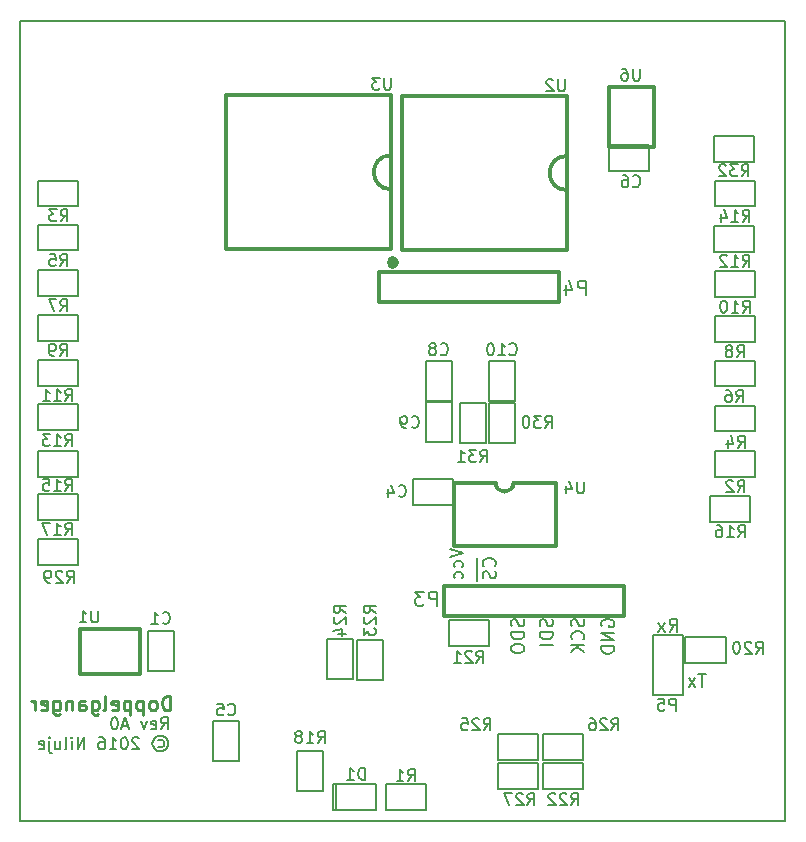
<source format=gbo>
G04 #@! TF.FileFunction,Legend,Bot*
%FSLAX46Y46*%
G04 Gerber Fmt 4.6, Leading zero omitted, Abs format (unit mm)*
G04 Created by KiCad (PCBNEW 4.1.0-alpha+201608161231+7059~46~ubuntu14.04.1-product) date Wed Aug 17 00:46:35 2016*
%MOMM*%
%LPD*%
G01*
G04 APERTURE LIST*
%ADD10C,0.100000*%
%ADD11C,0.750000*%
%ADD12C,0.200000*%
%ADD13C,0.250000*%
%ADD14C,0.300000*%
%ADD15C,0.203200*%
%ADD16C,0.150000*%
G04 APERTURE END LIST*
D10*
D11*
X150749000Y-78160428D02*
X150606142Y-78303285D01*
X150749000Y-78446142D01*
X150891857Y-78303285D01*
X150749000Y-78160428D01*
X150749000Y-78446142D01*
D12*
X155607619Y-102576476D02*
X156707619Y-102943142D01*
X155607619Y-103309809D01*
X156655238Y-104147904D02*
X156707619Y-104043142D01*
X156707619Y-103833619D01*
X156655238Y-103728857D01*
X156602857Y-103676476D01*
X156498095Y-103624095D01*
X156183809Y-103624095D01*
X156079047Y-103676476D01*
X156026666Y-103728857D01*
X155974285Y-103833619D01*
X155974285Y-104043142D01*
X156026666Y-104147904D01*
X156655238Y-105090761D02*
X156707619Y-104986000D01*
X156707619Y-104776476D01*
X156655238Y-104671714D01*
X156602857Y-104619333D01*
X156498095Y-104566952D01*
X156183809Y-104566952D01*
X156079047Y-104619333D01*
X156026666Y-104671714D01*
X155974285Y-104776476D01*
X155974285Y-104986000D01*
X156026666Y-105090761D01*
X157952000Y-103352916D02*
X157952000Y-104252666D01*
X159396857Y-104043142D02*
X159449238Y-103990761D01*
X159501619Y-103833618D01*
X159501619Y-103728856D01*
X159449238Y-103571714D01*
X159344476Y-103466952D01*
X159239714Y-103414571D01*
X159030190Y-103362190D01*
X158873047Y-103362190D01*
X158663523Y-103414571D01*
X158558761Y-103466952D01*
X158454000Y-103571714D01*
X158401619Y-103728856D01*
X158401619Y-103833618D01*
X158454000Y-103990761D01*
X158506380Y-104043142D01*
X157952000Y-104252666D02*
X157952000Y-105300285D01*
X159449238Y-104462190D02*
X159501619Y-104619333D01*
X159501619Y-104881237D01*
X159449238Y-104985999D01*
X159396857Y-105038380D01*
X159292095Y-105090761D01*
X159187333Y-105090761D01*
X159082571Y-105038380D01*
X159030190Y-104985999D01*
X158977809Y-104881237D01*
X158925428Y-104671714D01*
X158873047Y-104566952D01*
X158820666Y-104514571D01*
X158715904Y-104462190D01*
X158611142Y-104462190D01*
X158506380Y-104514571D01*
X158454000Y-104566952D01*
X158401619Y-104671714D01*
X158401619Y-104933618D01*
X158454000Y-105090761D01*
X161862238Y-108515332D02*
X161914619Y-108672475D01*
X161914619Y-108934380D01*
X161862238Y-109039142D01*
X161809857Y-109091523D01*
X161705095Y-109143904D01*
X161600333Y-109143904D01*
X161495571Y-109091523D01*
X161443190Y-109039142D01*
X161390809Y-108934380D01*
X161338428Y-108724856D01*
X161286047Y-108620094D01*
X161233666Y-108567713D01*
X161128904Y-108515332D01*
X161024142Y-108515332D01*
X160919380Y-108567713D01*
X160867000Y-108620094D01*
X160814619Y-108724856D01*
X160814619Y-108986761D01*
X160867000Y-109143904D01*
X161914619Y-109615332D02*
X160814619Y-109615332D01*
X160814619Y-109877237D01*
X160867000Y-110034380D01*
X160971761Y-110139142D01*
X161076523Y-110191523D01*
X161286047Y-110243904D01*
X161443190Y-110243904D01*
X161652714Y-110191523D01*
X161757476Y-110139142D01*
X161862238Y-110034380D01*
X161914619Y-109877237D01*
X161914619Y-109615332D01*
X160814619Y-110924856D02*
X160814619Y-111134380D01*
X160867000Y-111239142D01*
X160971761Y-111343904D01*
X161181285Y-111396285D01*
X161547952Y-111396285D01*
X161757476Y-111343904D01*
X161862238Y-111239142D01*
X161914619Y-111134380D01*
X161914619Y-110924856D01*
X161862238Y-110820094D01*
X161757476Y-110715332D01*
X161547952Y-110662951D01*
X161181285Y-110662951D01*
X160971761Y-110715332D01*
X160867000Y-110820094D01*
X160814619Y-110924856D01*
X164275238Y-108515333D02*
X164327619Y-108672476D01*
X164327619Y-108934381D01*
X164275238Y-109039143D01*
X164222857Y-109091524D01*
X164118095Y-109143904D01*
X164013333Y-109143904D01*
X163908571Y-109091524D01*
X163856190Y-109039143D01*
X163803809Y-108934381D01*
X163751428Y-108724857D01*
X163699047Y-108620095D01*
X163646666Y-108567714D01*
X163541904Y-108515333D01*
X163437142Y-108515333D01*
X163332380Y-108567714D01*
X163280000Y-108620095D01*
X163227619Y-108724857D01*
X163227619Y-108986762D01*
X163280000Y-109143904D01*
X164327619Y-109615333D02*
X163227619Y-109615333D01*
X163227619Y-109877238D01*
X163280000Y-110034381D01*
X163384761Y-110139143D01*
X163489523Y-110191524D01*
X163699047Y-110243904D01*
X163856190Y-110243904D01*
X164065714Y-110191524D01*
X164170476Y-110139143D01*
X164275238Y-110034381D01*
X164327619Y-109877238D01*
X164327619Y-109615333D01*
X164327619Y-110715333D02*
X163227619Y-110715333D01*
X166942238Y-108515333D02*
X166994619Y-108672476D01*
X166994619Y-108934380D01*
X166942238Y-109039142D01*
X166889857Y-109091523D01*
X166785095Y-109143904D01*
X166680333Y-109143904D01*
X166575571Y-109091523D01*
X166523190Y-109039142D01*
X166470809Y-108934380D01*
X166418428Y-108724857D01*
X166366047Y-108620095D01*
X166313666Y-108567714D01*
X166208904Y-108515333D01*
X166104142Y-108515333D01*
X165999380Y-108567714D01*
X165947000Y-108620095D01*
X165894619Y-108724857D01*
X165894619Y-108986761D01*
X165947000Y-109143904D01*
X166889857Y-110243904D02*
X166942238Y-110191523D01*
X166994619Y-110034380D01*
X166994619Y-109929619D01*
X166942238Y-109772476D01*
X166837476Y-109667714D01*
X166732714Y-109615333D01*
X166523190Y-109562952D01*
X166366047Y-109562952D01*
X166156523Y-109615333D01*
X166051761Y-109667714D01*
X165947000Y-109772476D01*
X165894619Y-109929619D01*
X165894619Y-110034380D01*
X165947000Y-110191523D01*
X165999380Y-110243904D01*
X166994619Y-110715333D02*
X165894619Y-110715333D01*
X166994619Y-111343904D02*
X166366047Y-110872476D01*
X165894619Y-111343904D02*
X166523190Y-110715333D01*
X168487000Y-109143904D02*
X168434619Y-109039142D01*
X168434619Y-108882000D01*
X168487000Y-108724857D01*
X168591761Y-108620095D01*
X168696523Y-108567714D01*
X168906047Y-108515333D01*
X169063190Y-108515333D01*
X169272714Y-108567714D01*
X169377476Y-108620095D01*
X169482238Y-108724857D01*
X169534619Y-108882000D01*
X169534619Y-108986761D01*
X169482238Y-109143904D01*
X169429857Y-109196285D01*
X169063190Y-109196285D01*
X169063190Y-108986761D01*
X169534619Y-109667714D02*
X168434619Y-109667714D01*
X169534619Y-110296285D01*
X168434619Y-110296285D01*
X169534619Y-110820095D02*
X168434619Y-110820095D01*
X168434619Y-111082000D01*
X168487000Y-111239142D01*
X168591761Y-111343904D01*
X168696523Y-111396285D01*
X168906047Y-111448666D01*
X169063190Y-111448666D01*
X169272714Y-111396285D01*
X169377476Y-111343904D01*
X169482238Y-111239142D01*
X169534619Y-111082000D01*
X169534619Y-110820095D01*
X131140476Y-117839380D02*
X131473809Y-117363190D01*
X131711904Y-117839380D02*
X131711904Y-116839380D01*
X131330952Y-116839380D01*
X131235714Y-116887000D01*
X131188095Y-116934619D01*
X131140476Y-117029857D01*
X131140476Y-117172714D01*
X131188095Y-117267952D01*
X131235714Y-117315571D01*
X131330952Y-117363190D01*
X131711904Y-117363190D01*
X130330952Y-117791761D02*
X130426190Y-117839380D01*
X130616666Y-117839380D01*
X130711904Y-117791761D01*
X130759523Y-117696523D01*
X130759523Y-117315571D01*
X130711904Y-117220333D01*
X130616666Y-117172714D01*
X130426190Y-117172714D01*
X130330952Y-117220333D01*
X130283333Y-117315571D01*
X130283333Y-117410809D01*
X130759523Y-117506047D01*
X129950000Y-117172714D02*
X129711904Y-117839380D01*
X129473809Y-117172714D01*
X128378571Y-117553666D02*
X127902380Y-117553666D01*
X128473809Y-117839380D02*
X128140476Y-116839380D01*
X127807142Y-117839380D01*
X127283333Y-116839380D02*
X127188095Y-116839380D01*
X127092857Y-116887000D01*
X127045238Y-116934619D01*
X126997619Y-117029857D01*
X126950000Y-117220333D01*
X126950000Y-117458428D01*
X126997619Y-117648904D01*
X127045238Y-117744142D01*
X127092857Y-117791761D01*
X127188095Y-117839380D01*
X127283333Y-117839380D01*
X127378571Y-117791761D01*
X127426190Y-117744142D01*
X127473809Y-117648904D01*
X127521428Y-117458428D01*
X127521428Y-117220333D01*
X127473809Y-117029857D01*
X127426190Y-116934619D01*
X127378571Y-116887000D01*
X127283333Y-116839380D01*
X130902380Y-118777476D02*
X130997619Y-118729857D01*
X131188095Y-118729857D01*
X131283333Y-118777476D01*
X131378571Y-118872714D01*
X131426190Y-118967952D01*
X131426190Y-119158428D01*
X131378571Y-119253666D01*
X131283333Y-119348904D01*
X131188095Y-119396523D01*
X130997619Y-119396523D01*
X130902380Y-119348904D01*
X131092857Y-118396523D02*
X131330952Y-118444142D01*
X131569047Y-118587000D01*
X131711904Y-118825095D01*
X131759523Y-119063190D01*
X131711904Y-119301285D01*
X131569047Y-119539380D01*
X131330952Y-119682238D01*
X131092857Y-119729857D01*
X130854761Y-119682238D01*
X130616666Y-119539380D01*
X130473809Y-119301285D01*
X130426190Y-119063190D01*
X130473809Y-118825095D01*
X130616666Y-118587000D01*
X130854761Y-118444142D01*
X131092857Y-118396523D01*
X129283333Y-118634619D02*
X129235714Y-118587000D01*
X129140476Y-118539380D01*
X128902380Y-118539380D01*
X128807142Y-118587000D01*
X128759523Y-118634619D01*
X128711904Y-118729857D01*
X128711904Y-118825095D01*
X128759523Y-118967952D01*
X129330952Y-119539380D01*
X128711904Y-119539380D01*
X128092857Y-118539380D02*
X127997619Y-118539380D01*
X127902380Y-118587000D01*
X127854761Y-118634619D01*
X127807142Y-118729857D01*
X127759523Y-118920333D01*
X127759523Y-119158428D01*
X127807142Y-119348904D01*
X127854761Y-119444142D01*
X127902380Y-119491761D01*
X127997619Y-119539380D01*
X128092857Y-119539380D01*
X128188095Y-119491761D01*
X128235714Y-119444142D01*
X128283333Y-119348904D01*
X128330952Y-119158428D01*
X128330952Y-118920333D01*
X128283333Y-118729857D01*
X128235714Y-118634619D01*
X128188095Y-118587000D01*
X128092857Y-118539380D01*
X126807142Y-119539380D02*
X127378571Y-119539380D01*
X127092857Y-119539380D02*
X127092857Y-118539380D01*
X127188095Y-118682238D01*
X127283333Y-118777476D01*
X127378571Y-118825095D01*
X125950000Y-118539380D02*
X126140476Y-118539380D01*
X126235714Y-118587000D01*
X126283333Y-118634619D01*
X126378571Y-118777476D01*
X126426190Y-118967952D01*
X126426190Y-119348904D01*
X126378571Y-119444142D01*
X126330952Y-119491761D01*
X126235714Y-119539380D01*
X126045238Y-119539380D01*
X125950000Y-119491761D01*
X125902380Y-119444142D01*
X125854761Y-119348904D01*
X125854761Y-119110809D01*
X125902380Y-119015571D01*
X125950000Y-118967952D01*
X126045238Y-118920333D01*
X126235714Y-118920333D01*
X126330952Y-118967952D01*
X126378571Y-119015571D01*
X126426190Y-119110809D01*
X124664285Y-119539380D02*
X124664285Y-118539380D01*
X124092857Y-119539380D01*
X124092857Y-118539380D01*
X123616666Y-119539380D02*
X123616666Y-118872714D01*
X123616666Y-118539380D02*
X123664285Y-118587000D01*
X123616666Y-118634619D01*
X123569047Y-118587000D01*
X123616666Y-118539380D01*
X123616666Y-118634619D01*
X122997619Y-119539380D02*
X123092857Y-119491761D01*
X123140476Y-119396523D01*
X123140476Y-118539380D01*
X122188095Y-118872714D02*
X122188095Y-119539380D01*
X122616666Y-118872714D02*
X122616666Y-119396523D01*
X122569047Y-119491761D01*
X122473809Y-119539380D01*
X122330952Y-119539380D01*
X122235714Y-119491761D01*
X122188095Y-119444142D01*
X121711904Y-118872714D02*
X121711904Y-119729857D01*
X121759523Y-119825095D01*
X121854761Y-119872714D01*
X121902380Y-119872714D01*
X121711904Y-118539380D02*
X121759523Y-118587000D01*
X121711904Y-118634619D01*
X121664285Y-118587000D01*
X121711904Y-118539380D01*
X121711904Y-118634619D01*
X120854761Y-119491761D02*
X120950000Y-119539380D01*
X121140476Y-119539380D01*
X121235714Y-119491761D01*
X121283333Y-119396523D01*
X121283333Y-119015571D01*
X121235714Y-118920333D01*
X121140476Y-118872714D01*
X120950000Y-118872714D01*
X120854761Y-118920333D01*
X120807142Y-119015571D01*
X120807142Y-119110809D01*
X121283333Y-119206047D01*
D13*
X131939571Y-116239857D02*
X131939571Y-115039857D01*
X131653857Y-115039857D01*
X131482428Y-115097000D01*
X131368142Y-115211285D01*
X131311000Y-115325571D01*
X131253857Y-115554142D01*
X131253857Y-115725571D01*
X131311000Y-115954142D01*
X131368142Y-116068428D01*
X131482428Y-116182714D01*
X131653857Y-116239857D01*
X131939571Y-116239857D01*
X130568142Y-116239857D02*
X130682428Y-116182714D01*
X130739571Y-116125571D01*
X130796714Y-116011285D01*
X130796714Y-115668428D01*
X130739571Y-115554142D01*
X130682428Y-115497000D01*
X130568142Y-115439857D01*
X130396714Y-115439857D01*
X130282428Y-115497000D01*
X130225285Y-115554142D01*
X130168142Y-115668428D01*
X130168142Y-116011285D01*
X130225285Y-116125571D01*
X130282428Y-116182714D01*
X130396714Y-116239857D01*
X130568142Y-116239857D01*
X129653857Y-115439857D02*
X129653857Y-116639857D01*
X129653857Y-115497000D02*
X129539571Y-115439857D01*
X129311000Y-115439857D01*
X129196714Y-115497000D01*
X129139571Y-115554142D01*
X129082428Y-115668428D01*
X129082428Y-116011285D01*
X129139571Y-116125571D01*
X129196714Y-116182714D01*
X129311000Y-116239857D01*
X129539571Y-116239857D01*
X129653857Y-116182714D01*
X128568142Y-115439857D02*
X128568142Y-116639857D01*
X128568142Y-115497000D02*
X128453857Y-115439857D01*
X128225285Y-115439857D01*
X128111000Y-115497000D01*
X128053857Y-115554142D01*
X127996714Y-115668428D01*
X127996714Y-116011285D01*
X128053857Y-116125571D01*
X128111000Y-116182714D01*
X128225285Y-116239857D01*
X128453857Y-116239857D01*
X128568142Y-116182714D01*
X127025285Y-116182714D02*
X127139571Y-116239857D01*
X127368142Y-116239857D01*
X127482428Y-116182714D01*
X127539571Y-116068428D01*
X127539571Y-115611285D01*
X127482428Y-115497000D01*
X127368142Y-115439857D01*
X127139571Y-115439857D01*
X127025285Y-115497000D01*
X126968142Y-115611285D01*
X126968142Y-115725571D01*
X127539571Y-115839857D01*
X126282428Y-116239857D02*
X126396714Y-116182714D01*
X126453857Y-116068428D01*
X126453857Y-115039857D01*
X125311000Y-115439857D02*
X125311000Y-116411285D01*
X125368142Y-116525571D01*
X125425285Y-116582714D01*
X125539571Y-116639857D01*
X125711000Y-116639857D01*
X125825285Y-116582714D01*
X125311000Y-116182714D02*
X125425285Y-116239857D01*
X125653857Y-116239857D01*
X125768142Y-116182714D01*
X125825285Y-116125571D01*
X125882428Y-116011285D01*
X125882428Y-115668428D01*
X125825285Y-115554142D01*
X125768142Y-115497000D01*
X125653857Y-115439857D01*
X125425285Y-115439857D01*
X125311000Y-115497000D01*
X124225285Y-116239857D02*
X124225285Y-115611285D01*
X124282428Y-115497000D01*
X124396714Y-115439857D01*
X124625285Y-115439857D01*
X124739571Y-115497000D01*
X124225285Y-116182714D02*
X124339571Y-116239857D01*
X124625285Y-116239857D01*
X124739571Y-116182714D01*
X124796714Y-116068428D01*
X124796714Y-115954142D01*
X124739571Y-115839857D01*
X124625285Y-115782714D01*
X124339571Y-115782714D01*
X124225285Y-115725571D01*
X123653857Y-115439857D02*
X123653857Y-116239857D01*
X123653857Y-115554142D02*
X123596714Y-115497000D01*
X123482428Y-115439857D01*
X123311000Y-115439857D01*
X123196714Y-115497000D01*
X123139571Y-115611285D01*
X123139571Y-116239857D01*
X122053857Y-115439857D02*
X122053857Y-116411285D01*
X122111000Y-116525571D01*
X122168142Y-116582714D01*
X122282428Y-116639857D01*
X122453857Y-116639857D01*
X122568142Y-116582714D01*
X122053857Y-116182714D02*
X122168142Y-116239857D01*
X122396714Y-116239857D01*
X122511000Y-116182714D01*
X122568142Y-116125571D01*
X122625285Y-116011285D01*
X122625285Y-115668428D01*
X122568142Y-115554142D01*
X122511000Y-115497000D01*
X122396714Y-115439857D01*
X122168142Y-115439857D01*
X122053857Y-115497000D01*
X121025285Y-116182714D02*
X121139571Y-116239857D01*
X121368142Y-116239857D01*
X121482428Y-116182714D01*
X121539571Y-116068428D01*
X121539571Y-115611285D01*
X121482428Y-115497000D01*
X121368142Y-115439857D01*
X121139571Y-115439857D01*
X121025285Y-115497000D01*
X120968142Y-115611285D01*
X120968142Y-115725571D01*
X121539571Y-115839857D01*
X120453857Y-116239857D02*
X120453857Y-115439857D01*
X120453857Y-115668428D02*
X120396714Y-115554142D01*
X120339571Y-115497000D01*
X120225285Y-115439857D01*
X120111000Y-115439857D01*
D12*
X174221761Y-109590619D02*
X174588428Y-109066809D01*
X174850333Y-109590619D02*
X174850333Y-108490619D01*
X174431285Y-108490619D01*
X174326523Y-108543000D01*
X174274142Y-108595380D01*
X174221761Y-108700142D01*
X174221761Y-108857285D01*
X174274142Y-108962047D01*
X174326523Y-109014428D01*
X174431285Y-109066809D01*
X174850333Y-109066809D01*
X173855095Y-109590619D02*
X173278904Y-108857285D01*
X173855095Y-108857285D02*
X173278904Y-109590619D01*
X177289523Y-113189619D02*
X176660952Y-113189619D01*
X176975238Y-114289619D02*
X176975238Y-113189619D01*
X176399047Y-114289619D02*
X175822857Y-113556285D01*
X176399047Y-113556285D02*
X175822857Y-114289619D01*
X184023000Y-57912000D02*
X119253000Y-57912000D01*
X184023000Y-125603000D02*
X184023000Y-57912000D01*
X119253000Y-125603000D02*
X184023000Y-125603000D01*
X119253000Y-57912000D02*
X119253000Y-125603000D01*
D14*
X165506400Y-72196600D02*
G75*
G02X165506400Y-69316600I0J1440000D01*
G01*
X165506400Y-64236600D02*
X164871400Y-64236600D01*
X165506400Y-77276600D02*
X165506400Y-64236600D01*
X151536400Y-77276600D02*
X165506400Y-77276600D01*
X151536400Y-64236600D02*
X151536400Y-77276600D01*
X164871400Y-64236600D02*
X151536400Y-64236600D01*
X150622000Y-72136000D02*
G75*
G02X150622000Y-69256000I0J1440000D01*
G01*
X150622000Y-64176000D02*
X149987000Y-64176000D01*
X150622000Y-77216000D02*
X150622000Y-64176000D01*
X136652000Y-77216000D02*
X150622000Y-77216000D01*
X136652000Y-64176000D02*
X136652000Y-77216000D01*
X149987000Y-64176000D02*
X136652000Y-64176000D01*
D15*
X120767600Y-77317600D02*
X120767600Y-75133200D01*
X120767600Y-77317600D02*
X124171200Y-77317600D01*
X124171200Y-77317600D02*
X124171200Y-75133200D01*
X120767600Y-75133200D02*
X124171200Y-75133200D01*
D14*
X155143200Y-105714800D02*
X155143200Y-108254800D01*
X170383200Y-105714800D02*
X155143200Y-105714800D01*
X170383200Y-108254800D02*
X170383200Y-105714800D01*
X155143200Y-108254800D02*
X170383200Y-108254800D01*
D15*
X132283200Y-112953800D02*
X130098800Y-112953800D01*
X132283200Y-112953800D02*
X132283200Y-109550200D01*
X132283200Y-109550200D02*
X130098800Y-109550200D01*
X130098800Y-112953800D02*
X130098800Y-109550200D01*
X155879800Y-96697800D02*
X155879800Y-98882200D01*
X155879800Y-96697800D02*
X152476200Y-96697800D01*
X152476200Y-96697800D02*
X152476200Y-98882200D01*
X155879800Y-98882200D02*
X152476200Y-98882200D01*
X135559800Y-117170200D02*
X137744200Y-117170200D01*
X135559800Y-117170200D02*
X135559800Y-120573800D01*
X135559800Y-120573800D02*
X137744200Y-120573800D01*
X137744200Y-117170200D02*
X137744200Y-120573800D01*
X153593800Y-86690200D02*
X155778200Y-86690200D01*
X153593800Y-86690200D02*
X153593800Y-90093800D01*
X153593800Y-90093800D02*
X155778200Y-90093800D01*
X155778200Y-86690200D02*
X155778200Y-90093800D01*
X155778200Y-93522800D02*
X153593800Y-93522800D01*
X155778200Y-93522800D02*
X155778200Y-90119200D01*
X155778200Y-90119200D02*
X153593800Y-90119200D01*
X153593800Y-93522800D02*
X153593800Y-90119200D01*
X158927800Y-86690200D02*
X161112200Y-86690200D01*
X158927800Y-86690200D02*
X158927800Y-90093800D01*
X158927800Y-90093800D02*
X161112200Y-90093800D01*
X161112200Y-86690200D02*
X161112200Y-90093800D01*
X149392640Y-122504200D02*
X149392640Y-124688600D01*
X149392640Y-122504200D02*
X145735840Y-122504200D01*
X145989040Y-122504200D02*
X145989040Y-124688600D01*
X149392640Y-124688600D02*
X145735840Y-124688600D01*
X145735840Y-122504200D02*
X145735840Y-124688600D01*
D16*
X175361600Y-109905800D02*
X172821600Y-109905800D01*
X175361600Y-114985800D02*
X175361600Y-109905800D01*
X172821600Y-114985800D02*
X175361600Y-114985800D01*
X172821600Y-109905800D02*
X172821600Y-114985800D01*
D15*
X153609040Y-122504200D02*
X153609040Y-124688600D01*
X153609040Y-122504200D02*
X150205440Y-122504200D01*
X150205440Y-122504200D02*
X150205440Y-124688600D01*
X153609040Y-124688600D02*
X150205440Y-124688600D01*
X181483000Y-94310200D02*
X181483000Y-96494600D01*
X181483000Y-94310200D02*
X178079400Y-94310200D01*
X178079400Y-94310200D02*
X178079400Y-96494600D01*
X181483000Y-96494600D02*
X178079400Y-96494600D01*
X120767600Y-73583800D02*
X120767600Y-71399400D01*
X120767600Y-73583800D02*
X124171200Y-73583800D01*
X124171200Y-73583800D02*
X124171200Y-71399400D01*
X120767600Y-71399400D02*
X124171200Y-71399400D01*
X181457600Y-90449400D02*
X181457600Y-92633800D01*
X181457600Y-90449400D02*
X178054000Y-90449400D01*
X178054000Y-90449400D02*
X178054000Y-92633800D01*
X181457600Y-92633800D02*
X178054000Y-92633800D01*
X181432200Y-86639400D02*
X181432200Y-88823800D01*
X181432200Y-86639400D02*
X178028600Y-86639400D01*
X178028600Y-86639400D02*
X178028600Y-88823800D01*
X181432200Y-88823800D02*
X178028600Y-88823800D01*
X120767600Y-81153000D02*
X120767600Y-78968600D01*
X120767600Y-81153000D02*
X124171200Y-81153000D01*
X124171200Y-81153000D02*
X124171200Y-78968600D01*
X120767600Y-78968600D02*
X124171200Y-78968600D01*
X181432200Y-82905600D02*
X181432200Y-85090000D01*
X181432200Y-82905600D02*
X178028600Y-82905600D01*
X178028600Y-82905600D02*
X178028600Y-85090000D01*
X181432200Y-85090000D02*
X178028600Y-85090000D01*
X120767600Y-84963000D02*
X120767600Y-82778600D01*
X120767600Y-84963000D02*
X124171200Y-84963000D01*
X124171200Y-84963000D02*
X124171200Y-82778600D01*
X120767600Y-82778600D02*
X124171200Y-82778600D01*
X181432200Y-79070200D02*
X181432200Y-81254600D01*
X181432200Y-79070200D02*
X178028600Y-79070200D01*
X178028600Y-79070200D02*
X178028600Y-81254600D01*
X181432200Y-81254600D02*
X178028600Y-81254600D01*
X120767600Y-88773000D02*
X120767600Y-86588600D01*
X120767600Y-88773000D02*
X124171200Y-88773000D01*
X124171200Y-88773000D02*
X124171200Y-86588600D01*
X120767600Y-86588600D02*
X124171200Y-86588600D01*
X181406800Y-75260200D02*
X181406800Y-77444600D01*
X181406800Y-75260200D02*
X178003200Y-75260200D01*
X178003200Y-75260200D02*
X178003200Y-77444600D01*
X181406800Y-77444600D02*
X178003200Y-77444600D01*
X120767600Y-92532200D02*
X120767600Y-90347800D01*
X120767600Y-92532200D02*
X124171200Y-92532200D01*
X124171200Y-92532200D02*
X124171200Y-90347800D01*
X120767600Y-90347800D02*
X124171200Y-90347800D01*
X181457600Y-71399400D02*
X181457600Y-73583800D01*
X181457600Y-71399400D02*
X178054000Y-71399400D01*
X178054000Y-71399400D02*
X178054000Y-73583800D01*
X181457600Y-73583800D02*
X178054000Y-73583800D01*
X120767600Y-96469200D02*
X120767600Y-94284800D01*
X120767600Y-96469200D02*
X124171200Y-96469200D01*
X124171200Y-96469200D02*
X124171200Y-94284800D01*
X120767600Y-94284800D02*
X124171200Y-94284800D01*
X181025800Y-98120200D02*
X181025800Y-100304600D01*
X181025800Y-98120200D02*
X177622200Y-98120200D01*
X177622200Y-98120200D02*
X177622200Y-100304600D01*
X181025800Y-100304600D02*
X177622200Y-100304600D01*
X120767600Y-100126800D02*
X120767600Y-97942400D01*
X120767600Y-100126800D02*
X124171200Y-100126800D01*
X124171200Y-100126800D02*
X124171200Y-97942400D01*
X120767600Y-97942400D02*
X124171200Y-97942400D01*
X142671800Y-119710200D02*
X144856200Y-119710200D01*
X142671800Y-119710200D02*
X142671800Y-123113800D01*
X142671800Y-123113800D02*
X144856200Y-123113800D01*
X144856200Y-119710200D02*
X144856200Y-123113800D01*
X178968400Y-110032800D02*
X178968400Y-112217200D01*
X178968400Y-110032800D02*
X175564800Y-110032800D01*
X175564800Y-110032800D02*
X175564800Y-112217200D01*
X178968400Y-112217200D02*
X175564800Y-112217200D01*
X158927800Y-108635800D02*
X158927800Y-110820200D01*
X158927800Y-108635800D02*
X155524200Y-108635800D01*
X155524200Y-108635800D02*
X155524200Y-110820200D01*
X158927800Y-110820200D02*
X155524200Y-110820200D01*
X166928800Y-120700800D02*
X166928800Y-122885200D01*
X166928800Y-120700800D02*
X163525200Y-120700800D01*
X163525200Y-120700800D02*
X163525200Y-122885200D01*
X166928800Y-122885200D02*
X163525200Y-122885200D01*
X149961600Y-113665000D02*
X147777200Y-113665000D01*
X149961600Y-113665000D02*
X149961600Y-110261400D01*
X149961600Y-110261400D02*
X147777200Y-110261400D01*
X147777200Y-113665000D02*
X147777200Y-110261400D01*
X147421600Y-113639600D02*
X145237200Y-113639600D01*
X147421600Y-113639600D02*
X147421600Y-110236000D01*
X147421600Y-110236000D02*
X145237200Y-110236000D01*
X145237200Y-113639600D02*
X145237200Y-110236000D01*
X163093400Y-118287800D02*
X163093400Y-120472200D01*
X163093400Y-118287800D02*
X159689800Y-118287800D01*
X159689800Y-118287800D02*
X159689800Y-120472200D01*
X163093400Y-120472200D02*
X159689800Y-120472200D01*
X166928800Y-118287800D02*
X166928800Y-120472200D01*
X166928800Y-118287800D02*
X163525200Y-118287800D01*
X163525200Y-118287800D02*
X163525200Y-120472200D01*
X166928800Y-120472200D02*
X163525200Y-120472200D01*
X163118800Y-120700800D02*
X163118800Y-122885200D01*
X163118800Y-120700800D02*
X159715200Y-120700800D01*
X159715200Y-120700800D02*
X159715200Y-122885200D01*
X163118800Y-122885200D02*
X159715200Y-122885200D01*
X120767600Y-103936800D02*
X120767600Y-101752400D01*
X120767600Y-103936800D02*
X124171200Y-103936800D01*
X124171200Y-103936800D02*
X124171200Y-101752400D01*
X120767600Y-101752400D02*
X124171200Y-101752400D01*
X161112200Y-93649800D02*
X158927800Y-93649800D01*
X161112200Y-93649800D02*
X161112200Y-90246200D01*
X161112200Y-90246200D02*
X158927800Y-90246200D01*
X158927800Y-93649800D02*
X158927800Y-90246200D01*
X158699200Y-93649800D02*
X156514800Y-93649800D01*
X158699200Y-93649800D02*
X158699200Y-90246200D01*
X158699200Y-90246200D02*
X156514800Y-90246200D01*
X156514800Y-93649800D02*
X156514800Y-90246200D01*
D14*
X124333000Y-113157000D02*
X129413000Y-113157000D01*
X124333000Y-109347000D02*
X124333000Y-113157000D01*
X129413000Y-109347000D02*
X124333000Y-109347000D01*
X129413000Y-113157000D02*
X129413000Y-109347000D01*
X155930600Y-96977200D02*
X159486600Y-96977200D01*
X164566600Y-96977200D02*
X161010600Y-96977200D01*
X161010600Y-96977200D02*
G75*
G02X159486600Y-96977200I-762000J0D01*
G01*
X155930600Y-102311200D02*
X164566600Y-102311200D01*
X155930600Y-102311200D02*
X155930600Y-96977200D01*
X164566600Y-102311200D02*
X164566600Y-96977200D01*
D15*
X169113200Y-70561200D02*
X169113200Y-68376800D01*
X169113200Y-70561200D02*
X172516800Y-70561200D01*
X172516800Y-70561200D02*
X172516800Y-68376800D01*
X169113200Y-68376800D02*
X172516800Y-68376800D01*
X181406800Y-67614800D02*
X181406800Y-69799200D01*
X181406800Y-67614800D02*
X178003200Y-67614800D01*
X178003200Y-67614800D02*
X178003200Y-69799200D01*
X181406800Y-69799200D02*
X178003200Y-69799200D01*
D14*
X169098000Y-63500000D02*
X169098000Y-68580000D01*
X172908000Y-63500000D02*
X169098000Y-63500000D01*
X172908000Y-68580000D02*
X172908000Y-63500000D01*
X169098000Y-68580000D02*
X172908000Y-68580000D01*
X149606000Y-79121000D02*
X149606000Y-81661000D01*
X164846000Y-79121000D02*
X149606000Y-79121000D01*
X164846000Y-81661000D02*
X164846000Y-79121000D01*
X149606000Y-81661000D02*
X164846000Y-81661000D01*
D16*
X165353904Y-62825380D02*
X165353904Y-63634904D01*
X165306285Y-63730142D01*
X165258666Y-63777761D01*
X165163428Y-63825380D01*
X164972952Y-63825380D01*
X164877714Y-63777761D01*
X164830095Y-63730142D01*
X164782476Y-63634904D01*
X164782476Y-62825380D01*
X164353904Y-62920619D02*
X164306285Y-62873000D01*
X164211047Y-62825380D01*
X163972952Y-62825380D01*
X163877714Y-62873000D01*
X163830095Y-62920619D01*
X163782476Y-63015857D01*
X163782476Y-63111095D01*
X163830095Y-63253952D01*
X164401523Y-63825380D01*
X163782476Y-63825380D01*
X150621904Y-62698380D02*
X150621904Y-63507904D01*
X150574285Y-63603142D01*
X150526666Y-63650761D01*
X150431428Y-63698380D01*
X150240952Y-63698380D01*
X150145714Y-63650761D01*
X150098095Y-63603142D01*
X150050476Y-63507904D01*
X150050476Y-62698380D01*
X149669523Y-62698380D02*
X149050476Y-62698380D01*
X149383809Y-63079333D01*
X149240952Y-63079333D01*
X149145714Y-63126952D01*
X149098095Y-63174571D01*
X149050476Y-63269809D01*
X149050476Y-63507904D01*
X149098095Y-63603142D01*
X149145714Y-63650761D01*
X149240952Y-63698380D01*
X149526666Y-63698380D01*
X149621904Y-63650761D01*
X149669523Y-63603142D01*
X122636066Y-78633580D02*
X122969400Y-78157390D01*
X123207495Y-78633580D02*
X123207495Y-77633580D01*
X122826542Y-77633580D01*
X122731304Y-77681200D01*
X122683685Y-77728819D01*
X122636066Y-77824057D01*
X122636066Y-77966914D01*
X122683685Y-78062152D01*
X122731304Y-78109771D01*
X122826542Y-78157390D01*
X123207495Y-78157390D01*
X121731304Y-77633580D02*
X122207495Y-77633580D01*
X122255114Y-78109771D01*
X122207495Y-78062152D01*
X122112257Y-78014533D01*
X121874161Y-78014533D01*
X121778923Y-78062152D01*
X121731304Y-78109771D01*
X121683685Y-78205009D01*
X121683685Y-78443104D01*
X121731304Y-78538342D01*
X121778923Y-78585961D01*
X121874161Y-78633580D01*
X122112257Y-78633580D01*
X122207495Y-78585961D01*
X122255114Y-78538342D01*
X154504914Y-107400657D02*
X154504914Y-106200657D01*
X154047771Y-106200657D01*
X153933485Y-106257800D01*
X153876342Y-106314942D01*
X153819200Y-106429228D01*
X153819200Y-106600657D01*
X153876342Y-106714942D01*
X153933485Y-106772085D01*
X154047771Y-106829228D01*
X154504914Y-106829228D01*
X153419200Y-106200657D02*
X152676342Y-106200657D01*
X153076342Y-106657800D01*
X152904914Y-106657800D01*
X152790628Y-106714942D01*
X152733485Y-106772085D01*
X152676342Y-106886371D01*
X152676342Y-107172085D01*
X152733485Y-107286371D01*
X152790628Y-107343514D01*
X152904914Y-107400657D01*
X153247771Y-107400657D01*
X153362057Y-107343514D01*
X153419200Y-107286371D01*
X131306866Y-108840542D02*
X131354485Y-108888161D01*
X131497342Y-108935780D01*
X131592580Y-108935780D01*
X131735438Y-108888161D01*
X131830676Y-108792923D01*
X131878295Y-108697685D01*
X131925914Y-108507209D01*
X131925914Y-108364352D01*
X131878295Y-108173876D01*
X131830676Y-108078638D01*
X131735438Y-107983400D01*
X131592580Y-107935780D01*
X131497342Y-107935780D01*
X131354485Y-107983400D01*
X131306866Y-108031019D01*
X130354485Y-108935780D02*
X130925914Y-108935780D01*
X130640200Y-108935780D02*
X130640200Y-107935780D01*
X130735438Y-108078638D01*
X130830676Y-108173876D01*
X130925914Y-108221495D01*
X151271266Y-98096342D02*
X151318885Y-98143961D01*
X151461742Y-98191580D01*
X151556980Y-98191580D01*
X151699838Y-98143961D01*
X151795076Y-98048723D01*
X151842695Y-97953485D01*
X151890314Y-97763009D01*
X151890314Y-97620152D01*
X151842695Y-97429676D01*
X151795076Y-97334438D01*
X151699838Y-97239200D01*
X151556980Y-97191580D01*
X151461742Y-97191580D01*
X151318885Y-97239200D01*
X151271266Y-97286819D01*
X150414123Y-97524914D02*
X150414123Y-98191580D01*
X150652219Y-97143961D02*
X150890314Y-97858247D01*
X150271266Y-97858247D01*
X136844066Y-116587542D02*
X136891685Y-116635161D01*
X137034542Y-116682780D01*
X137129780Y-116682780D01*
X137272638Y-116635161D01*
X137367876Y-116539923D01*
X137415495Y-116444685D01*
X137463114Y-116254209D01*
X137463114Y-116111352D01*
X137415495Y-115920876D01*
X137367876Y-115825638D01*
X137272638Y-115730400D01*
X137129780Y-115682780D01*
X137034542Y-115682780D01*
X136891685Y-115730400D01*
X136844066Y-115778019D01*
X135939304Y-115682780D02*
X136415495Y-115682780D01*
X136463114Y-116158971D01*
X136415495Y-116111352D01*
X136320257Y-116063733D01*
X136082161Y-116063733D01*
X135986923Y-116111352D01*
X135939304Y-116158971D01*
X135891685Y-116254209D01*
X135891685Y-116492304D01*
X135939304Y-116587542D01*
X135986923Y-116635161D01*
X136082161Y-116682780D01*
X136320257Y-116682780D01*
X136415495Y-116635161D01*
X136463114Y-116587542D01*
X154827266Y-86082142D02*
X154874885Y-86129761D01*
X155017742Y-86177380D01*
X155112980Y-86177380D01*
X155255838Y-86129761D01*
X155351076Y-86034523D01*
X155398695Y-85939285D01*
X155446314Y-85748809D01*
X155446314Y-85605952D01*
X155398695Y-85415476D01*
X155351076Y-85320238D01*
X155255838Y-85225000D01*
X155112980Y-85177380D01*
X155017742Y-85177380D01*
X154874885Y-85225000D01*
X154827266Y-85272619D01*
X154255838Y-85605952D02*
X154351076Y-85558333D01*
X154398695Y-85510714D01*
X154446314Y-85415476D01*
X154446314Y-85367857D01*
X154398695Y-85272619D01*
X154351076Y-85225000D01*
X154255838Y-85177380D01*
X154065361Y-85177380D01*
X153970123Y-85225000D01*
X153922504Y-85272619D01*
X153874885Y-85367857D01*
X153874885Y-85415476D01*
X153922504Y-85510714D01*
X153970123Y-85558333D01*
X154065361Y-85605952D01*
X154255838Y-85605952D01*
X154351076Y-85653571D01*
X154398695Y-85701190D01*
X154446314Y-85796428D01*
X154446314Y-85986904D01*
X154398695Y-86082142D01*
X154351076Y-86129761D01*
X154255838Y-86177380D01*
X154065361Y-86177380D01*
X153970123Y-86129761D01*
X153922504Y-86082142D01*
X153874885Y-85986904D01*
X153874885Y-85796428D01*
X153922504Y-85701190D01*
X153970123Y-85653571D01*
X154065361Y-85605952D01*
X152388866Y-92254342D02*
X152436485Y-92301961D01*
X152579342Y-92349580D01*
X152674580Y-92349580D01*
X152817438Y-92301961D01*
X152912676Y-92206723D01*
X152960295Y-92111485D01*
X153007914Y-91921009D01*
X153007914Y-91778152D01*
X152960295Y-91587676D01*
X152912676Y-91492438D01*
X152817438Y-91397200D01*
X152674580Y-91349580D01*
X152579342Y-91349580D01*
X152436485Y-91397200D01*
X152388866Y-91444819D01*
X151912676Y-92349580D02*
X151722200Y-92349580D01*
X151626961Y-92301961D01*
X151579342Y-92254342D01*
X151484104Y-92111485D01*
X151436485Y-91921009D01*
X151436485Y-91540057D01*
X151484104Y-91444819D01*
X151531723Y-91397200D01*
X151626961Y-91349580D01*
X151817438Y-91349580D01*
X151912676Y-91397200D01*
X151960295Y-91444819D01*
X152007914Y-91540057D01*
X152007914Y-91778152D01*
X151960295Y-91873390D01*
X151912676Y-91921009D01*
X151817438Y-91968628D01*
X151626961Y-91968628D01*
X151531723Y-91921009D01*
X151484104Y-91873390D01*
X151436485Y-91778152D01*
X160662857Y-86082142D02*
X160710476Y-86129761D01*
X160853333Y-86177380D01*
X160948571Y-86177380D01*
X161091428Y-86129761D01*
X161186666Y-86034523D01*
X161234285Y-85939285D01*
X161281904Y-85748809D01*
X161281904Y-85605952D01*
X161234285Y-85415476D01*
X161186666Y-85320238D01*
X161091428Y-85225000D01*
X160948571Y-85177380D01*
X160853333Y-85177380D01*
X160710476Y-85225000D01*
X160662857Y-85272619D01*
X159710476Y-86177380D02*
X160281904Y-86177380D01*
X159996190Y-86177380D02*
X159996190Y-85177380D01*
X160091428Y-85320238D01*
X160186666Y-85415476D01*
X160281904Y-85463095D01*
X159091428Y-85177380D02*
X158996190Y-85177380D01*
X158900952Y-85225000D01*
X158853333Y-85272619D01*
X158805714Y-85367857D01*
X158758095Y-85558333D01*
X158758095Y-85796428D01*
X158805714Y-85986904D01*
X158853333Y-86082142D01*
X158900952Y-86129761D01*
X158996190Y-86177380D01*
X159091428Y-86177380D01*
X159186666Y-86129761D01*
X159234285Y-86082142D01*
X159281904Y-85986904D01*
X159329523Y-85796428D01*
X159329523Y-85558333D01*
X159281904Y-85367857D01*
X159234285Y-85272619D01*
X159186666Y-85225000D01*
X159091428Y-85177380D01*
X148439095Y-122118380D02*
X148439095Y-121118380D01*
X148201000Y-121118380D01*
X148058142Y-121166000D01*
X147962904Y-121261238D01*
X147915285Y-121356476D01*
X147867666Y-121546952D01*
X147867666Y-121689809D01*
X147915285Y-121880285D01*
X147962904Y-121975523D01*
X148058142Y-122070761D01*
X148201000Y-122118380D01*
X148439095Y-122118380D01*
X146915285Y-122118380D02*
X147486714Y-122118380D01*
X147201000Y-122118380D02*
X147201000Y-121118380D01*
X147296238Y-121261238D01*
X147391476Y-121356476D01*
X147486714Y-121404095D01*
X174728095Y-116276380D02*
X174728095Y-115276380D01*
X174347142Y-115276380D01*
X174251904Y-115324000D01*
X174204285Y-115371619D01*
X174156666Y-115466857D01*
X174156666Y-115609714D01*
X174204285Y-115704952D01*
X174251904Y-115752571D01*
X174347142Y-115800190D01*
X174728095Y-115800190D01*
X173251904Y-115276380D02*
X173728095Y-115276380D01*
X173775714Y-115752571D01*
X173728095Y-115704952D01*
X173632857Y-115657333D01*
X173394761Y-115657333D01*
X173299523Y-115704952D01*
X173251904Y-115752571D01*
X173204285Y-115847809D01*
X173204285Y-116085904D01*
X173251904Y-116181142D01*
X173299523Y-116228761D01*
X173394761Y-116276380D01*
X173632857Y-116276380D01*
X173728095Y-116228761D01*
X173775714Y-116181142D01*
X152058666Y-122245380D02*
X152392000Y-121769190D01*
X152630095Y-122245380D02*
X152630095Y-121245380D01*
X152249142Y-121245380D01*
X152153904Y-121293000D01*
X152106285Y-121340619D01*
X152058666Y-121435857D01*
X152058666Y-121578714D01*
X152106285Y-121673952D01*
X152153904Y-121721571D01*
X152249142Y-121769190D01*
X152630095Y-121769190D01*
X151106285Y-122245380D02*
X151677714Y-122245380D01*
X151392000Y-122245380D02*
X151392000Y-121245380D01*
X151487238Y-121388238D01*
X151582476Y-121483476D01*
X151677714Y-121531095D01*
X179973266Y-97759780D02*
X180306600Y-97283590D01*
X180544695Y-97759780D02*
X180544695Y-96759780D01*
X180163742Y-96759780D01*
X180068504Y-96807400D01*
X180020885Y-96855019D01*
X179973266Y-96950257D01*
X179973266Y-97093114D01*
X180020885Y-97188352D01*
X180068504Y-97235971D01*
X180163742Y-97283590D01*
X180544695Y-97283590D01*
X179592314Y-96855019D02*
X179544695Y-96807400D01*
X179449457Y-96759780D01*
X179211361Y-96759780D01*
X179116123Y-96807400D01*
X179068504Y-96855019D01*
X179020885Y-96950257D01*
X179020885Y-97045495D01*
X179068504Y-97188352D01*
X179639933Y-97759780D01*
X179020885Y-97759780D01*
X122661466Y-74848980D02*
X122994800Y-74372790D01*
X123232895Y-74848980D02*
X123232895Y-73848980D01*
X122851942Y-73848980D01*
X122756704Y-73896600D01*
X122709085Y-73944219D01*
X122661466Y-74039457D01*
X122661466Y-74182314D01*
X122709085Y-74277552D01*
X122756704Y-74325171D01*
X122851942Y-74372790D01*
X123232895Y-74372790D01*
X122328133Y-73848980D02*
X121709085Y-73848980D01*
X122042419Y-74229933D01*
X121899561Y-74229933D01*
X121804323Y-74277552D01*
X121756704Y-74325171D01*
X121709085Y-74420409D01*
X121709085Y-74658504D01*
X121756704Y-74753742D01*
X121804323Y-74801361D01*
X121899561Y-74848980D01*
X122185276Y-74848980D01*
X122280514Y-74801361D01*
X122328133Y-74753742D01*
X179998666Y-94000580D02*
X180332000Y-93524390D01*
X180570095Y-94000580D02*
X180570095Y-93000580D01*
X180189142Y-93000580D01*
X180093904Y-93048200D01*
X180046285Y-93095819D01*
X179998666Y-93191057D01*
X179998666Y-93333914D01*
X180046285Y-93429152D01*
X180093904Y-93476771D01*
X180189142Y-93524390D01*
X180570095Y-93524390D01*
X179141523Y-93333914D02*
X179141523Y-94000580D01*
X179379619Y-92952961D02*
X179617714Y-93667247D01*
X178998666Y-93667247D01*
X179871666Y-90139780D02*
X180205000Y-89663590D01*
X180443095Y-90139780D02*
X180443095Y-89139780D01*
X180062142Y-89139780D01*
X179966904Y-89187400D01*
X179919285Y-89235019D01*
X179871666Y-89330257D01*
X179871666Y-89473114D01*
X179919285Y-89568352D01*
X179966904Y-89615971D01*
X180062142Y-89663590D01*
X180443095Y-89663590D01*
X179014523Y-89139780D02*
X179205000Y-89139780D01*
X179300238Y-89187400D01*
X179347857Y-89235019D01*
X179443095Y-89377876D01*
X179490714Y-89568352D01*
X179490714Y-89949304D01*
X179443095Y-90044542D01*
X179395476Y-90092161D01*
X179300238Y-90139780D01*
X179109761Y-90139780D01*
X179014523Y-90092161D01*
X178966904Y-90044542D01*
X178919285Y-89949304D01*
X178919285Y-89711209D01*
X178966904Y-89615971D01*
X179014523Y-89568352D01*
X179109761Y-89520733D01*
X179300238Y-89520733D01*
X179395476Y-89568352D01*
X179443095Y-89615971D01*
X179490714Y-89711209D01*
X122636066Y-82468980D02*
X122969400Y-81992790D01*
X123207495Y-82468980D02*
X123207495Y-81468980D01*
X122826542Y-81468980D01*
X122731304Y-81516600D01*
X122683685Y-81564219D01*
X122636066Y-81659457D01*
X122636066Y-81802314D01*
X122683685Y-81897552D01*
X122731304Y-81945171D01*
X122826542Y-81992790D01*
X123207495Y-81992790D01*
X122302733Y-81468980D02*
X121636066Y-81468980D01*
X122064638Y-82468980D01*
X179922466Y-86355180D02*
X180255800Y-85878990D01*
X180493895Y-86355180D02*
X180493895Y-85355180D01*
X180112942Y-85355180D01*
X180017704Y-85402800D01*
X179970085Y-85450419D01*
X179922466Y-85545657D01*
X179922466Y-85688514D01*
X179970085Y-85783752D01*
X180017704Y-85831371D01*
X180112942Y-85878990D01*
X180493895Y-85878990D01*
X179351038Y-85783752D02*
X179446276Y-85736133D01*
X179493895Y-85688514D01*
X179541514Y-85593276D01*
X179541514Y-85545657D01*
X179493895Y-85450419D01*
X179446276Y-85402800D01*
X179351038Y-85355180D01*
X179160561Y-85355180D01*
X179065323Y-85402800D01*
X179017704Y-85450419D01*
X178970085Y-85545657D01*
X178970085Y-85593276D01*
X179017704Y-85688514D01*
X179065323Y-85736133D01*
X179160561Y-85783752D01*
X179351038Y-85783752D01*
X179446276Y-85831371D01*
X179493895Y-85878990D01*
X179541514Y-85974228D01*
X179541514Y-86164704D01*
X179493895Y-86259942D01*
X179446276Y-86307561D01*
X179351038Y-86355180D01*
X179160561Y-86355180D01*
X179065323Y-86307561D01*
X179017704Y-86259942D01*
X178970085Y-86164704D01*
X178970085Y-85974228D01*
X179017704Y-85878990D01*
X179065323Y-85831371D01*
X179160561Y-85783752D01*
X122610666Y-86228180D02*
X122944000Y-85751990D01*
X123182095Y-86228180D02*
X123182095Y-85228180D01*
X122801142Y-85228180D01*
X122705904Y-85275800D01*
X122658285Y-85323419D01*
X122610666Y-85418657D01*
X122610666Y-85561514D01*
X122658285Y-85656752D01*
X122705904Y-85704371D01*
X122801142Y-85751990D01*
X123182095Y-85751990D01*
X122134476Y-86228180D02*
X121944000Y-86228180D01*
X121848761Y-86180561D01*
X121801142Y-86132942D01*
X121705904Y-85990085D01*
X121658285Y-85799609D01*
X121658285Y-85418657D01*
X121705904Y-85323419D01*
X121753523Y-85275800D01*
X121848761Y-85228180D01*
X122039238Y-85228180D01*
X122134476Y-85275800D01*
X122182095Y-85323419D01*
X122229714Y-85418657D01*
X122229714Y-85656752D01*
X122182095Y-85751990D01*
X122134476Y-85799609D01*
X122039238Y-85847228D01*
X121848761Y-85847228D01*
X121753523Y-85799609D01*
X121705904Y-85751990D01*
X121658285Y-85656752D01*
X180424057Y-82570580D02*
X180757390Y-82094390D01*
X180995485Y-82570580D02*
X180995485Y-81570580D01*
X180614533Y-81570580D01*
X180519295Y-81618200D01*
X180471676Y-81665819D01*
X180424057Y-81761057D01*
X180424057Y-81903914D01*
X180471676Y-81999152D01*
X180519295Y-82046771D01*
X180614533Y-82094390D01*
X180995485Y-82094390D01*
X179471676Y-82570580D02*
X180043104Y-82570580D01*
X179757390Y-82570580D02*
X179757390Y-81570580D01*
X179852628Y-81713438D01*
X179947866Y-81808676D01*
X180043104Y-81856295D01*
X178852628Y-81570580D02*
X178757390Y-81570580D01*
X178662152Y-81618200D01*
X178614533Y-81665819D01*
X178566914Y-81761057D01*
X178519295Y-81951533D01*
X178519295Y-82189628D01*
X178566914Y-82380104D01*
X178614533Y-82475342D01*
X178662152Y-82522961D01*
X178757390Y-82570580D01*
X178852628Y-82570580D01*
X178947866Y-82522961D01*
X178995485Y-82475342D01*
X179043104Y-82380104D01*
X179090723Y-82189628D01*
X179090723Y-81951533D01*
X179043104Y-81761057D01*
X178995485Y-81665819D01*
X178947866Y-81618200D01*
X178852628Y-81570580D01*
X123061457Y-90063580D02*
X123394790Y-89587390D01*
X123632885Y-90063580D02*
X123632885Y-89063580D01*
X123251933Y-89063580D01*
X123156695Y-89111200D01*
X123109076Y-89158819D01*
X123061457Y-89254057D01*
X123061457Y-89396914D01*
X123109076Y-89492152D01*
X123156695Y-89539771D01*
X123251933Y-89587390D01*
X123632885Y-89587390D01*
X122109076Y-90063580D02*
X122680504Y-90063580D01*
X122394790Y-90063580D02*
X122394790Y-89063580D01*
X122490028Y-89206438D01*
X122585266Y-89301676D01*
X122680504Y-89349295D01*
X121156695Y-90063580D02*
X121728123Y-90063580D01*
X121442409Y-90063580D02*
X121442409Y-89063580D01*
X121537647Y-89206438D01*
X121632885Y-89301676D01*
X121728123Y-89349295D01*
X180398657Y-78684380D02*
X180731990Y-78208190D01*
X180970085Y-78684380D02*
X180970085Y-77684380D01*
X180589133Y-77684380D01*
X180493895Y-77732000D01*
X180446276Y-77779619D01*
X180398657Y-77874857D01*
X180398657Y-78017714D01*
X180446276Y-78112952D01*
X180493895Y-78160571D01*
X180589133Y-78208190D01*
X180970085Y-78208190D01*
X179446276Y-78684380D02*
X180017704Y-78684380D01*
X179731990Y-78684380D02*
X179731990Y-77684380D01*
X179827228Y-77827238D01*
X179922466Y-77922476D01*
X180017704Y-77970095D01*
X179065323Y-77779619D02*
X179017704Y-77732000D01*
X178922466Y-77684380D01*
X178684371Y-77684380D01*
X178589133Y-77732000D01*
X178541514Y-77779619D01*
X178493895Y-77874857D01*
X178493895Y-77970095D01*
X178541514Y-78112952D01*
X179112942Y-78684380D01*
X178493895Y-78684380D01*
X123061457Y-93873580D02*
X123394790Y-93397390D01*
X123632885Y-93873580D02*
X123632885Y-92873580D01*
X123251933Y-92873580D01*
X123156695Y-92921200D01*
X123109076Y-92968819D01*
X123061457Y-93064057D01*
X123061457Y-93206914D01*
X123109076Y-93302152D01*
X123156695Y-93349771D01*
X123251933Y-93397390D01*
X123632885Y-93397390D01*
X122109076Y-93873580D02*
X122680504Y-93873580D01*
X122394790Y-93873580D02*
X122394790Y-92873580D01*
X122490028Y-93016438D01*
X122585266Y-93111676D01*
X122680504Y-93159295D01*
X121775742Y-92873580D02*
X121156695Y-92873580D01*
X121490028Y-93254533D01*
X121347171Y-93254533D01*
X121251933Y-93302152D01*
X121204314Y-93349771D01*
X121156695Y-93445009D01*
X121156695Y-93683104D01*
X121204314Y-93778342D01*
X121251933Y-93825961D01*
X121347171Y-93873580D01*
X121632885Y-93873580D01*
X121728123Y-93825961D01*
X121775742Y-93778342D01*
X180398657Y-74874380D02*
X180731990Y-74398190D01*
X180970085Y-74874380D02*
X180970085Y-73874380D01*
X180589133Y-73874380D01*
X180493895Y-73922000D01*
X180446276Y-73969619D01*
X180398657Y-74064857D01*
X180398657Y-74207714D01*
X180446276Y-74302952D01*
X180493895Y-74350571D01*
X180589133Y-74398190D01*
X180970085Y-74398190D01*
X179446276Y-74874380D02*
X180017704Y-74874380D01*
X179731990Y-74874380D02*
X179731990Y-73874380D01*
X179827228Y-74017238D01*
X179922466Y-74112476D01*
X180017704Y-74160095D01*
X178589133Y-74207714D02*
X178589133Y-74874380D01*
X178827228Y-73826761D02*
X179065323Y-74541047D01*
X178446276Y-74541047D01*
X123036057Y-97658180D02*
X123369390Y-97181990D01*
X123607485Y-97658180D02*
X123607485Y-96658180D01*
X123226533Y-96658180D01*
X123131295Y-96705800D01*
X123083676Y-96753419D01*
X123036057Y-96848657D01*
X123036057Y-96991514D01*
X123083676Y-97086752D01*
X123131295Y-97134371D01*
X123226533Y-97181990D01*
X123607485Y-97181990D01*
X122083676Y-97658180D02*
X122655104Y-97658180D01*
X122369390Y-97658180D02*
X122369390Y-96658180D01*
X122464628Y-96801038D01*
X122559866Y-96896276D01*
X122655104Y-96943895D01*
X121178914Y-96658180D02*
X121655104Y-96658180D01*
X121702723Y-97134371D01*
X121655104Y-97086752D01*
X121559866Y-97039133D01*
X121321771Y-97039133D01*
X121226533Y-97086752D01*
X121178914Y-97134371D01*
X121131295Y-97229609D01*
X121131295Y-97467704D01*
X121178914Y-97562942D01*
X121226533Y-97610561D01*
X121321771Y-97658180D01*
X121559866Y-97658180D01*
X121655104Y-97610561D01*
X121702723Y-97562942D01*
X180017657Y-101595180D02*
X180350990Y-101118990D01*
X180589085Y-101595180D02*
X180589085Y-100595180D01*
X180208133Y-100595180D01*
X180112895Y-100642800D01*
X180065276Y-100690419D01*
X180017657Y-100785657D01*
X180017657Y-100928514D01*
X180065276Y-101023752D01*
X180112895Y-101071371D01*
X180208133Y-101118990D01*
X180589085Y-101118990D01*
X179065276Y-101595180D02*
X179636704Y-101595180D01*
X179350990Y-101595180D02*
X179350990Y-100595180D01*
X179446228Y-100738038D01*
X179541466Y-100833276D01*
X179636704Y-100880895D01*
X178208133Y-100595180D02*
X178398609Y-100595180D01*
X178493847Y-100642800D01*
X178541466Y-100690419D01*
X178636704Y-100833276D01*
X178684323Y-101023752D01*
X178684323Y-101404704D01*
X178636704Y-101499942D01*
X178589085Y-101547561D01*
X178493847Y-101595180D01*
X178303371Y-101595180D01*
X178208133Y-101547561D01*
X178160514Y-101499942D01*
X178112895Y-101404704D01*
X178112895Y-101166609D01*
X178160514Y-101071371D01*
X178208133Y-101023752D01*
X178303371Y-100976133D01*
X178493847Y-100976133D01*
X178589085Y-101023752D01*
X178636704Y-101071371D01*
X178684323Y-101166609D01*
X123036057Y-101391980D02*
X123369390Y-100915790D01*
X123607485Y-101391980D02*
X123607485Y-100391980D01*
X123226533Y-100391980D01*
X123131295Y-100439600D01*
X123083676Y-100487219D01*
X123036057Y-100582457D01*
X123036057Y-100725314D01*
X123083676Y-100820552D01*
X123131295Y-100868171D01*
X123226533Y-100915790D01*
X123607485Y-100915790D01*
X122083676Y-101391980D02*
X122655104Y-101391980D01*
X122369390Y-101391980D02*
X122369390Y-100391980D01*
X122464628Y-100534838D01*
X122559866Y-100630076D01*
X122655104Y-100677695D01*
X121750342Y-100391980D02*
X121083676Y-100391980D01*
X121512247Y-101391980D01*
X144432257Y-119019580D02*
X144765590Y-118543390D01*
X145003685Y-119019580D02*
X145003685Y-118019580D01*
X144622733Y-118019580D01*
X144527495Y-118067200D01*
X144479876Y-118114819D01*
X144432257Y-118210057D01*
X144432257Y-118352914D01*
X144479876Y-118448152D01*
X144527495Y-118495771D01*
X144622733Y-118543390D01*
X145003685Y-118543390D01*
X143479876Y-119019580D02*
X144051304Y-119019580D01*
X143765590Y-119019580D02*
X143765590Y-118019580D01*
X143860828Y-118162438D01*
X143956066Y-118257676D01*
X144051304Y-118305295D01*
X142908447Y-118448152D02*
X143003685Y-118400533D01*
X143051304Y-118352914D01*
X143098923Y-118257676D01*
X143098923Y-118210057D01*
X143051304Y-118114819D01*
X143003685Y-118067200D01*
X142908447Y-118019580D01*
X142717971Y-118019580D01*
X142622733Y-118067200D01*
X142575114Y-118114819D01*
X142527495Y-118210057D01*
X142527495Y-118257676D01*
X142575114Y-118352914D01*
X142622733Y-118400533D01*
X142717971Y-118448152D01*
X142908447Y-118448152D01*
X143003685Y-118495771D01*
X143051304Y-118543390D01*
X143098923Y-118638628D01*
X143098923Y-118829104D01*
X143051304Y-118924342D01*
X143003685Y-118971961D01*
X142908447Y-119019580D01*
X142717971Y-119019580D01*
X142622733Y-118971961D01*
X142575114Y-118924342D01*
X142527495Y-118829104D01*
X142527495Y-118638628D01*
X142575114Y-118543390D01*
X142622733Y-118495771D01*
X142717971Y-118448152D01*
X181516257Y-111450380D02*
X181849590Y-110974190D01*
X182087685Y-111450380D02*
X182087685Y-110450380D01*
X181706733Y-110450380D01*
X181611495Y-110498000D01*
X181563876Y-110545619D01*
X181516257Y-110640857D01*
X181516257Y-110783714D01*
X181563876Y-110878952D01*
X181611495Y-110926571D01*
X181706733Y-110974190D01*
X182087685Y-110974190D01*
X181135304Y-110545619D02*
X181087685Y-110498000D01*
X180992447Y-110450380D01*
X180754352Y-110450380D01*
X180659114Y-110498000D01*
X180611495Y-110545619D01*
X180563876Y-110640857D01*
X180563876Y-110736095D01*
X180611495Y-110878952D01*
X181182923Y-111450380D01*
X180563876Y-111450380D01*
X179944828Y-110450380D02*
X179849590Y-110450380D01*
X179754352Y-110498000D01*
X179706733Y-110545619D01*
X179659114Y-110640857D01*
X179611495Y-110831333D01*
X179611495Y-111069428D01*
X179659114Y-111259904D01*
X179706733Y-111355142D01*
X179754352Y-111402761D01*
X179849590Y-111450380D01*
X179944828Y-111450380D01*
X180040066Y-111402761D01*
X180087685Y-111355142D01*
X180135304Y-111259904D01*
X180182923Y-111069428D01*
X180182923Y-110831333D01*
X180135304Y-110640857D01*
X180087685Y-110545619D01*
X180040066Y-110498000D01*
X179944828Y-110450380D01*
X157868857Y-112212380D02*
X158202190Y-111736190D01*
X158440285Y-112212380D02*
X158440285Y-111212380D01*
X158059333Y-111212380D01*
X157964095Y-111260000D01*
X157916476Y-111307619D01*
X157868857Y-111402857D01*
X157868857Y-111545714D01*
X157916476Y-111640952D01*
X157964095Y-111688571D01*
X158059333Y-111736190D01*
X158440285Y-111736190D01*
X157487904Y-111307619D02*
X157440285Y-111260000D01*
X157345047Y-111212380D01*
X157106952Y-111212380D01*
X157011714Y-111260000D01*
X156964095Y-111307619D01*
X156916476Y-111402857D01*
X156916476Y-111498095D01*
X156964095Y-111640952D01*
X157535523Y-112212380D01*
X156916476Y-112212380D01*
X155964095Y-112212380D02*
X156535523Y-112212380D01*
X156249809Y-112212380D02*
X156249809Y-111212380D01*
X156345047Y-111355238D01*
X156440285Y-111450476D01*
X156535523Y-111498095D01*
X165869857Y-124277380D02*
X166203190Y-123801190D01*
X166441285Y-124277380D02*
X166441285Y-123277380D01*
X166060333Y-123277380D01*
X165965095Y-123325000D01*
X165917476Y-123372619D01*
X165869857Y-123467857D01*
X165869857Y-123610714D01*
X165917476Y-123705952D01*
X165965095Y-123753571D01*
X166060333Y-123801190D01*
X166441285Y-123801190D01*
X165488904Y-123372619D02*
X165441285Y-123325000D01*
X165346047Y-123277380D01*
X165107952Y-123277380D01*
X165012714Y-123325000D01*
X164965095Y-123372619D01*
X164917476Y-123467857D01*
X164917476Y-123563095D01*
X164965095Y-123705952D01*
X165536523Y-124277380D01*
X164917476Y-124277380D01*
X164536523Y-123372619D02*
X164488904Y-123325000D01*
X164393666Y-123277380D01*
X164155571Y-123277380D01*
X164060333Y-123325000D01*
X164012714Y-123372619D01*
X163965095Y-123467857D01*
X163965095Y-123563095D01*
X164012714Y-123705952D01*
X164584142Y-124277380D01*
X163965095Y-124277380D01*
X149321780Y-107992942D02*
X148845590Y-107659609D01*
X149321780Y-107421514D02*
X148321780Y-107421514D01*
X148321780Y-107802466D01*
X148369400Y-107897704D01*
X148417019Y-107945323D01*
X148512257Y-107992942D01*
X148655114Y-107992942D01*
X148750352Y-107945323D01*
X148797971Y-107897704D01*
X148845590Y-107802466D01*
X148845590Y-107421514D01*
X148417019Y-108373895D02*
X148369400Y-108421514D01*
X148321780Y-108516752D01*
X148321780Y-108754847D01*
X148369400Y-108850085D01*
X148417019Y-108897704D01*
X148512257Y-108945323D01*
X148607495Y-108945323D01*
X148750352Y-108897704D01*
X149321780Y-108326276D01*
X149321780Y-108945323D01*
X148321780Y-109278657D02*
X148321780Y-109897704D01*
X148702733Y-109564371D01*
X148702733Y-109707228D01*
X148750352Y-109802466D01*
X148797971Y-109850085D01*
X148893209Y-109897704D01*
X149131304Y-109897704D01*
X149226542Y-109850085D01*
X149274161Y-109802466D01*
X149321780Y-109707228D01*
X149321780Y-109421514D01*
X149274161Y-109326276D01*
X149226542Y-109278657D01*
X146781780Y-107992942D02*
X146305590Y-107659609D01*
X146781780Y-107421514D02*
X145781780Y-107421514D01*
X145781780Y-107802466D01*
X145829400Y-107897704D01*
X145877019Y-107945323D01*
X145972257Y-107992942D01*
X146115114Y-107992942D01*
X146210352Y-107945323D01*
X146257971Y-107897704D01*
X146305590Y-107802466D01*
X146305590Y-107421514D01*
X145877019Y-108373895D02*
X145829400Y-108421514D01*
X145781780Y-108516752D01*
X145781780Y-108754847D01*
X145829400Y-108850085D01*
X145877019Y-108897704D01*
X145972257Y-108945323D01*
X146067495Y-108945323D01*
X146210352Y-108897704D01*
X146781780Y-108326276D01*
X146781780Y-108945323D01*
X146115114Y-109802466D02*
X146781780Y-109802466D01*
X145734161Y-109564371D02*
X146448447Y-109326276D01*
X146448447Y-109945323D01*
X158478457Y-117927380D02*
X158811790Y-117451190D01*
X159049885Y-117927380D02*
X159049885Y-116927380D01*
X158668933Y-116927380D01*
X158573695Y-116975000D01*
X158526076Y-117022619D01*
X158478457Y-117117857D01*
X158478457Y-117260714D01*
X158526076Y-117355952D01*
X158573695Y-117403571D01*
X158668933Y-117451190D01*
X159049885Y-117451190D01*
X158097504Y-117022619D02*
X158049885Y-116975000D01*
X157954647Y-116927380D01*
X157716552Y-116927380D01*
X157621314Y-116975000D01*
X157573695Y-117022619D01*
X157526076Y-117117857D01*
X157526076Y-117213095D01*
X157573695Y-117355952D01*
X158145123Y-117927380D01*
X157526076Y-117927380D01*
X156621314Y-116927380D02*
X157097504Y-116927380D01*
X157145123Y-117403571D01*
X157097504Y-117355952D01*
X157002266Y-117308333D01*
X156764171Y-117308333D01*
X156668933Y-117355952D01*
X156621314Y-117403571D01*
X156573695Y-117498809D01*
X156573695Y-117736904D01*
X156621314Y-117832142D01*
X156668933Y-117879761D01*
X156764171Y-117927380D01*
X157002266Y-117927380D01*
X157097504Y-117879761D01*
X157145123Y-117832142D01*
X169298857Y-117927380D02*
X169632190Y-117451190D01*
X169870285Y-117927380D02*
X169870285Y-116927380D01*
X169489333Y-116927380D01*
X169394095Y-116975000D01*
X169346476Y-117022619D01*
X169298857Y-117117857D01*
X169298857Y-117260714D01*
X169346476Y-117355952D01*
X169394095Y-117403571D01*
X169489333Y-117451190D01*
X169870285Y-117451190D01*
X168917904Y-117022619D02*
X168870285Y-116975000D01*
X168775047Y-116927380D01*
X168536952Y-116927380D01*
X168441714Y-116975000D01*
X168394095Y-117022619D01*
X168346476Y-117117857D01*
X168346476Y-117213095D01*
X168394095Y-117355952D01*
X168965523Y-117927380D01*
X168346476Y-117927380D01*
X167489333Y-116927380D02*
X167679809Y-116927380D01*
X167775047Y-116975000D01*
X167822666Y-117022619D01*
X167917904Y-117165476D01*
X167965523Y-117355952D01*
X167965523Y-117736904D01*
X167917904Y-117832142D01*
X167870285Y-117879761D01*
X167775047Y-117927380D01*
X167584571Y-117927380D01*
X167489333Y-117879761D01*
X167441714Y-117832142D01*
X167394095Y-117736904D01*
X167394095Y-117498809D01*
X167441714Y-117403571D01*
X167489333Y-117355952D01*
X167584571Y-117308333D01*
X167775047Y-117308333D01*
X167870285Y-117355952D01*
X167917904Y-117403571D01*
X167965523Y-117498809D01*
X162186857Y-124277380D02*
X162520190Y-123801190D01*
X162758285Y-124277380D02*
X162758285Y-123277380D01*
X162377333Y-123277380D01*
X162282095Y-123325000D01*
X162234476Y-123372619D01*
X162186857Y-123467857D01*
X162186857Y-123610714D01*
X162234476Y-123705952D01*
X162282095Y-123753571D01*
X162377333Y-123801190D01*
X162758285Y-123801190D01*
X161805904Y-123372619D02*
X161758285Y-123325000D01*
X161663047Y-123277380D01*
X161424952Y-123277380D01*
X161329714Y-123325000D01*
X161282095Y-123372619D01*
X161234476Y-123467857D01*
X161234476Y-123563095D01*
X161282095Y-123705952D01*
X161853523Y-124277380D01*
X161234476Y-124277380D01*
X160901142Y-123277380D02*
X160234476Y-123277380D01*
X160663047Y-124277380D01*
X123188457Y-105430580D02*
X123521790Y-104954390D01*
X123759885Y-105430580D02*
X123759885Y-104430580D01*
X123378933Y-104430580D01*
X123283695Y-104478200D01*
X123236076Y-104525819D01*
X123188457Y-104621057D01*
X123188457Y-104763914D01*
X123236076Y-104859152D01*
X123283695Y-104906771D01*
X123378933Y-104954390D01*
X123759885Y-104954390D01*
X122807504Y-104525819D02*
X122759885Y-104478200D01*
X122664647Y-104430580D01*
X122426552Y-104430580D01*
X122331314Y-104478200D01*
X122283695Y-104525819D01*
X122236076Y-104621057D01*
X122236076Y-104716295D01*
X122283695Y-104859152D01*
X122855123Y-105430580D01*
X122236076Y-105430580D01*
X121759885Y-105430580D02*
X121569409Y-105430580D01*
X121474171Y-105382961D01*
X121426552Y-105335342D01*
X121331314Y-105192485D01*
X121283695Y-105002009D01*
X121283695Y-104621057D01*
X121331314Y-104525819D01*
X121378933Y-104478200D01*
X121474171Y-104430580D01*
X121664647Y-104430580D01*
X121759885Y-104478200D01*
X121807504Y-104525819D01*
X121855123Y-104621057D01*
X121855123Y-104859152D01*
X121807504Y-104954390D01*
X121759885Y-105002009D01*
X121664647Y-105049628D01*
X121474171Y-105049628D01*
X121378933Y-105002009D01*
X121331314Y-104954390D01*
X121283695Y-104859152D01*
X163685457Y-92324180D02*
X164018790Y-91847990D01*
X164256885Y-92324180D02*
X164256885Y-91324180D01*
X163875933Y-91324180D01*
X163780695Y-91371800D01*
X163733076Y-91419419D01*
X163685457Y-91514657D01*
X163685457Y-91657514D01*
X163733076Y-91752752D01*
X163780695Y-91800371D01*
X163875933Y-91847990D01*
X164256885Y-91847990D01*
X163352123Y-91324180D02*
X162733076Y-91324180D01*
X163066409Y-91705133D01*
X162923552Y-91705133D01*
X162828314Y-91752752D01*
X162780695Y-91800371D01*
X162733076Y-91895609D01*
X162733076Y-92133704D01*
X162780695Y-92228942D01*
X162828314Y-92276561D01*
X162923552Y-92324180D01*
X163209266Y-92324180D01*
X163304504Y-92276561D01*
X163352123Y-92228942D01*
X162114028Y-91324180D02*
X162018790Y-91324180D01*
X161923552Y-91371800D01*
X161875933Y-91419419D01*
X161828314Y-91514657D01*
X161780695Y-91705133D01*
X161780695Y-91943228D01*
X161828314Y-92133704D01*
X161875933Y-92228942D01*
X161923552Y-92276561D01*
X162018790Y-92324180D01*
X162114028Y-92324180D01*
X162209266Y-92276561D01*
X162256885Y-92228942D01*
X162304504Y-92133704D01*
X162352123Y-91943228D01*
X162352123Y-91705133D01*
X162304504Y-91514657D01*
X162256885Y-91419419D01*
X162209266Y-91371800D01*
X162114028Y-91324180D01*
X158199057Y-95219780D02*
X158532390Y-94743590D01*
X158770485Y-95219780D02*
X158770485Y-94219780D01*
X158389533Y-94219780D01*
X158294295Y-94267400D01*
X158246676Y-94315019D01*
X158199057Y-94410257D01*
X158199057Y-94553114D01*
X158246676Y-94648352D01*
X158294295Y-94695971D01*
X158389533Y-94743590D01*
X158770485Y-94743590D01*
X157865723Y-94219780D02*
X157246676Y-94219780D01*
X157580009Y-94600733D01*
X157437152Y-94600733D01*
X157341914Y-94648352D01*
X157294295Y-94695971D01*
X157246676Y-94791209D01*
X157246676Y-95029304D01*
X157294295Y-95124542D01*
X157341914Y-95172161D01*
X157437152Y-95219780D01*
X157722866Y-95219780D01*
X157818104Y-95172161D01*
X157865723Y-95124542D01*
X156294295Y-95219780D02*
X156865723Y-95219780D01*
X156580009Y-95219780D02*
X156580009Y-94219780D01*
X156675247Y-94362638D01*
X156770485Y-94457876D01*
X156865723Y-94505495D01*
X125831504Y-107808780D02*
X125831504Y-108618304D01*
X125783885Y-108713542D01*
X125736266Y-108761161D01*
X125641028Y-108808780D01*
X125450552Y-108808780D01*
X125355314Y-108761161D01*
X125307695Y-108713542D01*
X125260076Y-108618304D01*
X125260076Y-107808780D01*
X124260076Y-108808780D02*
X124831504Y-108808780D01*
X124545790Y-108808780D02*
X124545790Y-107808780D01*
X124641028Y-107951638D01*
X124736266Y-108046876D01*
X124831504Y-108094495D01*
X166954104Y-96886780D02*
X166954104Y-97696304D01*
X166906485Y-97791542D01*
X166858866Y-97839161D01*
X166763628Y-97886780D01*
X166573152Y-97886780D01*
X166477914Y-97839161D01*
X166430295Y-97791542D01*
X166382676Y-97696304D01*
X166382676Y-96886780D01*
X165477914Y-97220114D02*
X165477914Y-97886780D01*
X165716009Y-96839161D02*
X165954104Y-97553447D01*
X165335057Y-97553447D01*
X171108666Y-71858142D02*
X171156285Y-71905761D01*
X171299142Y-71953380D01*
X171394380Y-71953380D01*
X171537238Y-71905761D01*
X171632476Y-71810523D01*
X171680095Y-71715285D01*
X171727714Y-71524809D01*
X171727714Y-71381952D01*
X171680095Y-71191476D01*
X171632476Y-71096238D01*
X171537238Y-71001000D01*
X171394380Y-70953380D01*
X171299142Y-70953380D01*
X171156285Y-71001000D01*
X171108666Y-71048619D01*
X170251523Y-70953380D02*
X170442000Y-70953380D01*
X170537238Y-71001000D01*
X170584857Y-71048619D01*
X170680095Y-71191476D01*
X170727714Y-71381952D01*
X170727714Y-71762904D01*
X170680095Y-71858142D01*
X170632476Y-71905761D01*
X170537238Y-71953380D01*
X170346761Y-71953380D01*
X170251523Y-71905761D01*
X170203904Y-71858142D01*
X170156285Y-71762904D01*
X170156285Y-71524809D01*
X170203904Y-71429571D01*
X170251523Y-71381952D01*
X170346761Y-71334333D01*
X170537238Y-71334333D01*
X170632476Y-71381952D01*
X170680095Y-71429571D01*
X170727714Y-71524809D01*
X180322457Y-71038980D02*
X180655790Y-70562790D01*
X180893885Y-71038980D02*
X180893885Y-70038980D01*
X180512933Y-70038980D01*
X180417695Y-70086600D01*
X180370076Y-70134219D01*
X180322457Y-70229457D01*
X180322457Y-70372314D01*
X180370076Y-70467552D01*
X180417695Y-70515171D01*
X180512933Y-70562790D01*
X180893885Y-70562790D01*
X179989123Y-70038980D02*
X179370076Y-70038980D01*
X179703409Y-70419933D01*
X179560552Y-70419933D01*
X179465314Y-70467552D01*
X179417695Y-70515171D01*
X179370076Y-70610409D01*
X179370076Y-70848504D01*
X179417695Y-70943742D01*
X179465314Y-70991361D01*
X179560552Y-71038980D01*
X179846266Y-71038980D01*
X179941504Y-70991361D01*
X179989123Y-70943742D01*
X178989123Y-70134219D02*
X178941504Y-70086600D01*
X178846266Y-70038980D01*
X178608171Y-70038980D01*
X178512933Y-70086600D01*
X178465314Y-70134219D01*
X178417695Y-70229457D01*
X178417695Y-70324695D01*
X178465314Y-70467552D01*
X179036742Y-71038980D01*
X178417695Y-71038980D01*
X171703904Y-61936380D02*
X171703904Y-62745904D01*
X171656285Y-62841142D01*
X171608666Y-62888761D01*
X171513428Y-62936380D01*
X171322952Y-62936380D01*
X171227714Y-62888761D01*
X171180095Y-62841142D01*
X171132476Y-62745904D01*
X171132476Y-61936380D01*
X170227714Y-61936380D02*
X170418190Y-61936380D01*
X170513428Y-61984000D01*
X170561047Y-62031619D01*
X170656285Y-62174476D01*
X170703904Y-62364952D01*
X170703904Y-62745904D01*
X170656285Y-62841142D01*
X170608666Y-62888761D01*
X170513428Y-62936380D01*
X170322952Y-62936380D01*
X170227714Y-62888761D01*
X170180095Y-62841142D01*
X170132476Y-62745904D01*
X170132476Y-62507809D01*
X170180095Y-62412571D01*
X170227714Y-62364952D01*
X170322952Y-62317333D01*
X170513428Y-62317333D01*
X170608666Y-62364952D01*
X170656285Y-62412571D01*
X170703904Y-62507809D01*
X167128714Y-81060857D02*
X167128714Y-79860857D01*
X166671571Y-79860857D01*
X166557285Y-79918000D01*
X166500142Y-79975142D01*
X166443000Y-80089428D01*
X166443000Y-80260857D01*
X166500142Y-80375142D01*
X166557285Y-80432285D01*
X166671571Y-80489428D01*
X167128714Y-80489428D01*
X165414428Y-80260857D02*
X165414428Y-81060857D01*
X165700142Y-79803714D02*
X165985857Y-80660857D01*
X165243000Y-80660857D01*
M02*

</source>
